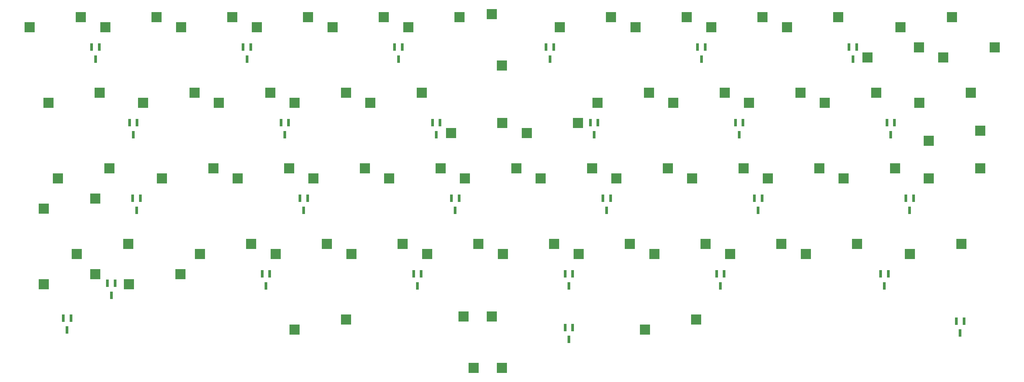
<source format=gbp>
G04 #@! TF.GenerationSoftware,KiCad,Pcbnew,(6.0.1-0)*
G04 #@! TF.CreationDate,2022-02-05T08:33:48-08:00*
G04 #@! TF.ProjectId,sketchy,736b6574-6368-4792-9e6b-696361645f70,1*
G04 #@! TF.SameCoordinates,Original*
G04 #@! TF.FileFunction,Paste,Bot*
G04 #@! TF.FilePolarity,Positive*
%FSLAX46Y46*%
G04 Gerber Fmt 4.6, Leading zero omitted, Abs format (unit mm)*
G04 Created by KiCad (PCBNEW (6.0.1-0)) date 2022-02-05 08:33:48*
%MOMM*%
%LPD*%
G01*
G04 APERTURE LIST*
%ADD10R,2.500000X2.550000*%
%ADD11R,2.550000X2.500000*%
%ADD12R,0.800000X1.900000*%
G04 APERTURE END LIST*
D10*
X138747500Y-132497500D03*
X136207500Y-119570500D03*
D11*
X108008750Y-103822500D03*
X120935750Y-101282500D03*
D10*
X145891250Y-132497500D03*
X143351250Y-119570500D03*
D11*
X188971250Y-65722500D03*
X201898250Y-63182500D03*
X165041250Y-70802500D03*
X152114250Y-73342500D03*
D10*
X145891250Y-56297500D03*
X143351250Y-43370500D03*
D11*
X112771250Y-65722500D03*
X125698250Y-63182500D03*
X38952500Y-103822500D03*
X51879500Y-101282500D03*
X65028750Y-108902500D03*
X52101750Y-111442500D03*
X79433750Y-84772500D03*
X92360750Y-82232500D03*
X55621250Y-65722500D03*
X68548250Y-63182500D03*
X160396250Y-46672500D03*
X173323250Y-44132500D03*
X246121250Y-46672500D03*
X259048250Y-44132500D03*
X93721250Y-122872500D03*
X106648250Y-120332500D03*
X184208750Y-103822500D03*
X197135750Y-101282500D03*
X117533750Y-84772500D03*
X130460750Y-82232500D03*
X34190000Y-84772500D03*
X47117000Y-82232500D03*
X169921250Y-65722500D03*
X182848250Y-63182500D03*
X181827500Y-122872500D03*
X194754500Y-120332500D03*
X145991250Y-70802500D03*
X133064250Y-73342500D03*
X253265000Y-84772500D03*
X266192000Y-82232500D03*
X127058750Y-103822500D03*
X139985750Y-101282500D03*
X74671250Y-65722500D03*
X87598250Y-63182500D03*
X98483750Y-84772500D03*
X111410750Y-82232500D03*
X193733750Y-84772500D03*
X206660750Y-82232500D03*
X88958750Y-103822500D03*
X101885750Y-101282500D03*
X253265000Y-75247500D03*
X266192000Y-72707500D03*
X217546250Y-46672500D03*
X230473250Y-44132500D03*
X203258750Y-103822500D03*
X216185750Y-101282500D03*
X46096250Y-46672500D03*
X59023250Y-44132500D03*
X69908750Y-103822500D03*
X82835750Y-101282500D03*
X65146250Y-46672500D03*
X78073250Y-44132500D03*
X179446250Y-46672500D03*
X192373250Y-44132500D03*
X269816250Y-51752500D03*
X256889250Y-54292500D03*
X27046250Y-46672500D03*
X39973250Y-44132500D03*
X208021250Y-65722500D03*
X220948250Y-63182500D03*
X222308750Y-103822500D03*
X235235750Y-101282500D03*
X60383750Y-84772500D03*
X73310750Y-82232500D03*
X212783750Y-84772500D03*
X225710750Y-82232500D03*
X250883750Y-65722500D03*
X263810750Y-63182500D03*
X198496250Y-46672500D03*
X211423250Y-44132500D03*
X43597500Y-89852500D03*
X30670500Y-92392500D03*
X174683750Y-84772500D03*
X187610750Y-82232500D03*
X250766250Y-51752500D03*
X237839250Y-54292500D03*
X146108750Y-103822500D03*
X159035750Y-101282500D03*
X155633750Y-84772500D03*
X168560750Y-82232500D03*
X248502500Y-103822500D03*
X261429500Y-101282500D03*
X31808750Y-65722500D03*
X44735750Y-63182500D03*
X43597500Y-108902500D03*
X30670500Y-111442500D03*
X84196250Y-46672500D03*
X97123250Y-44132500D03*
X122296250Y-46672500D03*
X135223250Y-44132500D03*
X136583750Y-84772500D03*
X149510750Y-82232500D03*
X231833750Y-84772500D03*
X244760750Y-82232500D03*
X227071250Y-65722500D03*
X239998250Y-63182500D03*
X165158750Y-103822500D03*
X178085750Y-101282500D03*
X93721250Y-65722500D03*
X106648250Y-63182500D03*
X103246250Y-46672500D03*
X116173250Y-44132500D03*
D12*
X42706250Y-51681250D03*
X44606250Y-51681250D03*
X43656250Y-54681250D03*
X80806250Y-51681250D03*
X82706250Y-51681250D03*
X81756250Y-54681250D03*
X195106250Y-51681250D03*
X197006250Y-51681250D03*
X196056250Y-54681250D03*
X247493750Y-89781250D03*
X249393750Y-89781250D03*
X248443750Y-92781250D03*
X46675000Y-111212500D03*
X48575000Y-111212500D03*
X47625000Y-114212500D03*
X53025000Y-89781250D03*
X54925000Y-89781250D03*
X53975000Y-92781250D03*
X161768750Y-122325000D03*
X163668750Y-122325000D03*
X162718750Y-125325000D03*
X157006250Y-51681250D03*
X158906250Y-51681250D03*
X157956250Y-54681250D03*
X123668750Y-108831250D03*
X125568750Y-108831250D03*
X124618750Y-111831250D03*
X199868750Y-108831250D03*
X201768750Y-108831250D03*
X200818750Y-111831250D03*
X133193750Y-89781250D03*
X135093750Y-89781250D03*
X134143750Y-92781250D03*
X52231250Y-70731250D03*
X54131250Y-70731250D03*
X53181250Y-73731250D03*
X260193750Y-120737500D03*
X262093750Y-120737500D03*
X261143750Y-123737500D03*
X35562500Y-119943750D03*
X37462500Y-119943750D03*
X36512500Y-122943750D03*
X204631250Y-70731250D03*
X206531250Y-70731250D03*
X205581250Y-73731250D03*
X171293750Y-89781250D03*
X173193750Y-89781250D03*
X172243750Y-92781250D03*
X95093750Y-89781250D03*
X96993750Y-89781250D03*
X96043750Y-92781250D03*
X128431250Y-70731250D03*
X130331250Y-70731250D03*
X129381250Y-73731250D03*
X241143750Y-108831250D03*
X243043750Y-108831250D03*
X242093750Y-111831250D03*
X233206250Y-51681250D03*
X235106250Y-51681250D03*
X234156250Y-54681250D03*
X85568750Y-108831250D03*
X87468750Y-108831250D03*
X86518750Y-111831250D03*
X118906250Y-51681250D03*
X120806250Y-51681250D03*
X119856250Y-54681250D03*
X168118750Y-70731250D03*
X170018750Y-70731250D03*
X169068750Y-73731250D03*
X90331250Y-70731250D03*
X92231250Y-70731250D03*
X91281250Y-73731250D03*
X161768750Y-108831250D03*
X163668750Y-108831250D03*
X162718750Y-111831250D03*
X209393750Y-89781250D03*
X211293750Y-89781250D03*
X210343750Y-92781250D03*
X242731250Y-70731250D03*
X244631250Y-70731250D03*
X243681250Y-73731250D03*
M02*

</source>
